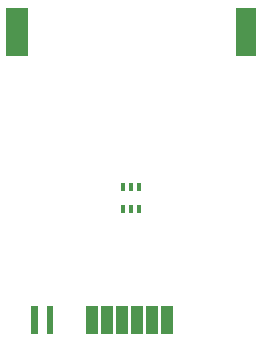
<source format=gbp>
G04 Layer_Color=128*
%FSLAX44Y44*%
%MOMM*%
G71*
G01*
G75*
%ADD37R,0.3500X0.8000*%
%ADD60R,1.7780X4.0894*%
G36*
X534924Y437642D02*
X524256D01*
X524256Y461518D01*
X534924D01*
X534924Y437642D01*
D02*
G37*
G36*
X433324Y437896D02*
X427736D01*
Y461264D01*
X433324D01*
Y437896D01*
D02*
G37*
G36*
X509524Y437642D02*
X498856D01*
Y461518D01*
X509524D01*
Y437642D01*
D02*
G37*
G36*
X420370Y461518D02*
Y437642D01*
X414782Y437642D01*
Y461518D01*
X420370Y461518D01*
D02*
G37*
G36*
X471424Y437896D02*
X460756D01*
Y442286D01*
X460746D01*
Y459786D01*
X460756D01*
Y461264D01*
X471424D01*
Y437896D01*
D02*
G37*
G36*
X522224D02*
X511556D01*
X511556Y461518D01*
X522224D01*
X522224Y437896D01*
D02*
G37*
G36*
X411734Y713486D02*
Y672846D01*
X393446Y672846D01*
Y713486D01*
X411734Y713486D01*
D02*
G37*
G36*
X484124Y437896D02*
X473456Y437896D01*
Y461264D01*
X484124Y461264D01*
Y437896D01*
D02*
G37*
G36*
X496824Y437896D02*
X486156D01*
Y461264D01*
X496824D01*
Y437896D01*
D02*
G37*
D37*
X505610Y561950D02*
D03*
X499110D02*
D03*
X492610D02*
D03*
Y542950D02*
D03*
X499110D02*
D03*
X505610D02*
D03*
D60*
X596646Y693039D02*
D03*
M02*

</source>
